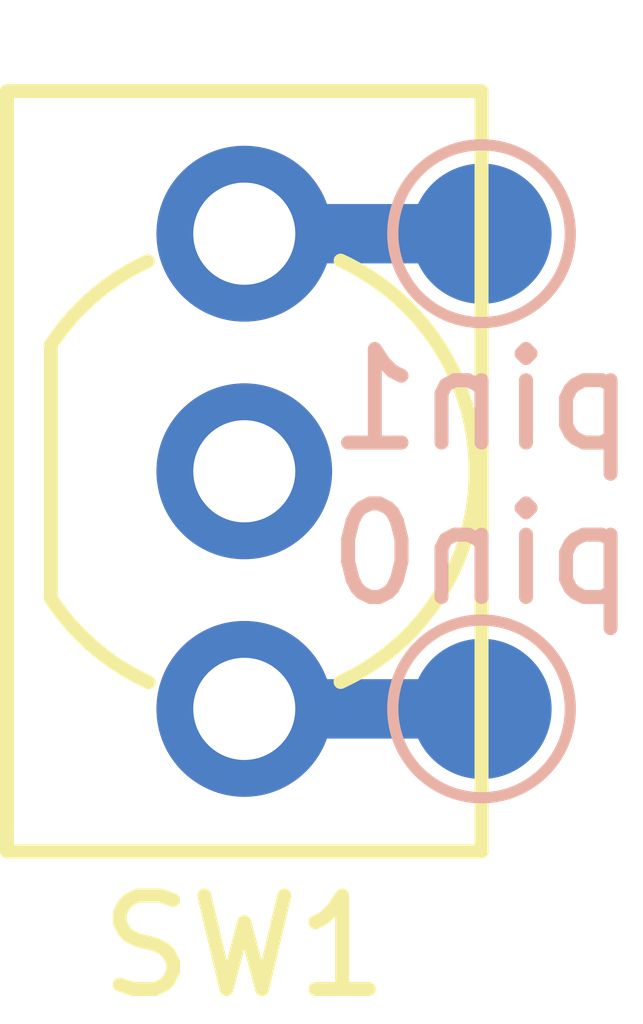
<source format=kicad_pcb>
(kicad_pcb (version 20171130) (host pcbnew "(5.1.9-0-10_14)")

  (general
    (thickness 1.6)
    (drawings 2)
    (tracks 2)
    (zones 0)
    (modules 3)
    (nets 4)
  )

  (page A4)
  (layers
    (0 F.Cu signal)
    (31 B.Cu signal)
    (32 B.Adhes user)
    (33 F.Adhes user)
    (34 B.Paste user)
    (35 F.Paste user)
    (36 B.SilkS user)
    (37 F.SilkS user)
    (38 B.Mask user)
    (39 F.Mask user)
    (40 Dwgs.User user)
    (41 Cmts.User user)
    (42 Eco1.User user)
    (43 Eco2.User user)
    (44 Edge.Cuts user)
    (45 Margin user)
    (46 B.CrtYd user hide)
    (47 F.CrtYd user hide)
    (48 B.Fab user hide)
    (49 F.Fab user hide)
  )

  (setup
    (last_trace_width 0.1524)
    (user_trace_width 0.1524)
    (user_trace_width 0.254)
    (user_trace_width 0.4064)
    (user_trace_width 0.635)
    (trace_clearance 0.1524)
    (zone_clearance 0.508)
    (zone_45_only no)
    (trace_min 0.1524)
    (via_size 0.6858)
    (via_drill 0.3048)
    (via_min_size 0.6858)
    (via_min_drill 0.3048)
    (uvia_size 0.3048)
    (uvia_drill 0.1524)
    (uvias_allowed no)
    (uvia_min_size 0.2)
    (uvia_min_drill 0.1)
    (edge_width 0.15)
    (segment_width 0.15)
    (pcb_text_width 0.3)
    (pcb_text_size 1.5 1.5)
    (mod_edge_width 0.15)
    (mod_text_size 1 1)
    (mod_text_width 0.15)
    (pad_size 1.524 1.524)
    (pad_drill 0.762)
    (pad_to_mask_clearance 0.2)
    (aux_axis_origin 0 0)
    (visible_elements FFFFFF7F)
    (pcbplotparams
      (layerselection 0x010fc_ffffffff)
      (usegerberextensions false)
      (usegerberattributes false)
      (usegerberadvancedattributes false)
      (creategerberjobfile false)
      (excludeedgelayer true)
      (linewidth 0.100000)
      (plotframeref false)
      (viasonmask false)
      (mode 1)
      (useauxorigin false)
      (hpglpennumber 1)
      (hpglpenspeed 20)
      (hpglpendiameter 15.000000)
      (psnegative false)
      (psa4output false)
      (plotreference true)
      (plotvalue true)
      (plotinvisibletext false)
      (padsonsilk false)
      (subtractmaskfromsilk false)
      (outputformat 1)
      (mirror false)
      (drillshape 1)
      (scaleselection 1)
      (outputdirectory ""))
  )

  (net 0 "")
  (net 1 +3V3)
  (net 2 Pin1)
  (net 3 Pin0)

  (net_class Default "This is the default net class."
    (clearance 0.1524)
    (trace_width 0.1524)
    (via_dia 0.6858)
    (via_drill 0.3048)
    (uvia_dia 0.3048)
    (uvia_drill 0.1524)
    (diff_pair_width 0.1524)
    (diff_pair_gap 0.1524)
    (add_net +3V3)
    (add_net Pin0)
    (add_net Pin1)
  )

  (module Switch_Thonk:SW_SPDT_Dailywell locked (layer F.Cu) (tedit 5FD26190) (tstamp 608ACBB9)
    (at 0 0)
    (path /5FD259E4)
    (fp_text reference SW1 (at 0 5.08) (layer F.SilkS)
      (effects (font (size 1 1) (thickness 0.15)))
    )
    (fp_text value SW_SPDT (at 0 -5.08) (layer F.Fab)
      (effects (font (size 1 1) (thickness 0.15)))
    )
    (fp_line (start -2.54 -4.064) (end 2.54 -4.064) (layer F.SilkS) (width 0.15))
    (fp_line (start -2.54 4.064) (end 2.54 4.064) (layer F.SilkS) (width 0.15))
    (fp_line (start -2.54 -4.064) (end -2.54 4.064) (layer F.SilkS) (width 0.15))
    (fp_line (start 2.54 -4.064) (end 2.54 4.064) (layer F.SilkS) (width 0.15))
    (fp_line (start -2.0701 -1.35128) (end -2.0701 1.35128) (layer F.SilkS) (width 0.15))
    (fp_arc (start 0 0) (end 2.4765 0) (angle -65.38985762) (layer F.SilkS) (width 0.15))
    (fp_arc (start 0 0) (end -1.033779 -2.245359) (angle -32.27419574) (layer F.SilkS) (width 0.15))
    (fp_arc (start 0 0) (end 2.4765 0) (angle 65.4) (layer F.SilkS) (width 0.15))
    (fp_arc (start 0 0) (end -2.070099 1.358899) (angle -32.3) (layer F.SilkS) (width 0.15))
    (pad 2 thru_hole circle (at 0 0) (size 1.8796 1.8796) (drill 1.0922) (layers *.Cu *.Mask)
      (net 1 +3V3))
    (pad 3 thru_hole circle (at 0 -2.54) (size 1.8796 1.8796) (drill 1.0922) (layers *.Cu *.Mask)
      (net 2 Pin1))
    (pad 1 thru_hole circle (at 0 2.54) (size 1.8796 1.8796) (drill 1.0922) (layers *.Cu *.Mask)
      (net 3 Pin0))
  )

  (module TestPoint:TestPoint_Pad_D1.5mm (layer B.Cu) (tedit 5A0F774F) (tstamp 60B93836)
    (at 2.54 2.54 180)
    (descr "SMD pad as test Point, diameter 1.5mm")
    (tags "test point SMD pad")
    (path /60B942BC)
    (attr virtual)
    (fp_text reference TP1 (at 0 1.648) (layer B.SilkS) hide
      (effects (font (size 1 1) (thickness 0.15)) (justify mirror))
    )
    (fp_text value TestPoint (at 0 -1.75) (layer B.Fab)
      (effects (font (size 1 1) (thickness 0.15)) (justify mirror))
    )
    (fp_circle (center 0 0) (end 1.25 0) (layer B.CrtYd) (width 0.05))
    (fp_circle (center 0 0) (end 0 -0.95) (layer B.SilkS) (width 0.12))
    (fp_text user %R (at 0 1.65) (layer B.Fab)
      (effects (font (size 1 1) (thickness 0.15)) (justify mirror))
    )
    (pad 1 smd circle (at 0 0 180) (size 1.5 1.5) (layers B.Cu B.Mask)
      (net 3 Pin0))
  )

  (module TestPoint:TestPoint_Pad_D1.5mm (layer B.Cu) (tedit 5A0F774F) (tstamp 60B938BE)
    (at 2.54 -2.54 180)
    (descr "SMD pad as test Point, diameter 1.5mm")
    (tags "test point SMD pad")
    (path /60B947FF)
    (attr virtual)
    (fp_text reference TP2 (at 0 -1.778) (layer B.SilkS) hide
      (effects (font (size 1 1) (thickness 0.15)) (justify mirror))
    )
    (fp_text value TestPoint (at 0 -1.75) (layer B.Fab)
      (effects (font (size 1 1) (thickness 0.15)) (justify mirror))
    )
    (fp_circle (center 0 0) (end 0 -0.95) (layer B.SilkS) (width 0.12))
    (fp_circle (center 0 0) (end 1.25 0) (layer B.CrtYd) (width 0.05))
    (fp_text user %R (at 0 1.65) (layer B.Fab)
      (effects (font (size 1 1) (thickness 0.15)) (justify mirror))
    )
    (pad 1 smd circle (at 0 0 180) (size 1.5 1.5) (layers B.Cu B.Mask)
      (net 2 Pin1))
  )

  (gr_text pin0 (at 2.54 0.889) (layer B.SilkS) (tstamp 60BA58BD)
    (effects (font (size 1 1) (thickness 0.15)) (justify mirror))
  )
  (gr_text pin1 (at 2.54 -0.762) (layer B.SilkS)
    (effects (font (size 1 1) (thickness 0.15)) (justify mirror))
  )

  (segment (start 0 2.54) (end 2.54 2.54) (width 0.635) (layer B.Cu) (net 3))
  (segment (start 0 -2.54) (end 2.54 -2.54) (width 0.635) (layer B.Cu) (net 2))

  (gr_circle (center 0 0) (end 2.475 0) (layer Eco1.User) (width 0.12))

)

</source>
